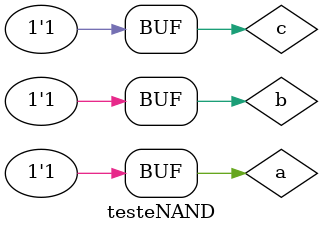
<source format=v>





module PORTANAND (s, a, b, c);
output s;
input a, b, c;

assign s = ~( a & b & c);

endmodule




module testeNAND;
reg a, b, c;
wire s1, s2, s3, s;
                               // SE POSSIVEL, DEFINIR EM OUTRO MODULO
PORTANAND NAND1(s1, a, a, a);
PORTANAND NAND2(s2, b, b, b);
PORTANAND NAND3(s3, c, c, c);
PORTANAND NAND4(s, s1, s2, s3);
 
initial begin:start

 a=0; b=0; c=0;
 
 end
 
 
 
 initial begin : main
 
 $display("Guia 02 - Raphaela Fernanda Silva - 420141");
 $display("Teste PORTANAND");
 $display("a | b | c = s");
 $monitor("%b   %b   %b = %b", a, b, c, s);
 
  #1  a=0; b=0; c=1;
  #1  a=0; b=1; c=0;
  #1  a=0; b=1; c=1;
  #1  a=1; b=0; c=0;
  #1  a=1; b=0; c=1;
  #1  a=1; b=1; c=0;
  #1  a=1; b=1; c=1;

 
 end
 
 endmodule
</source>
